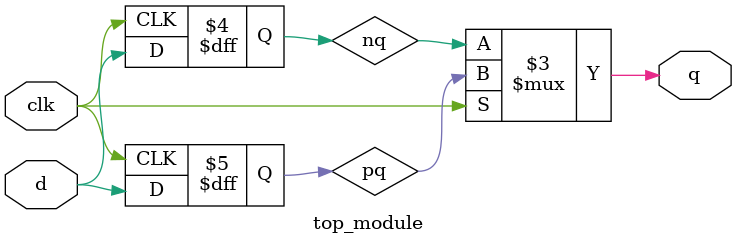
<source format=v>
module top_module (
    input clk,
    input d,
    output q
);
  reg pq, nq;
  
  always@(posedge clk) begin
    pq <= d;
  end

  always@(negedge clk) begin
    nq <= d;
  end

  assign q = clk ? pq : nq;
endmodule


</source>
